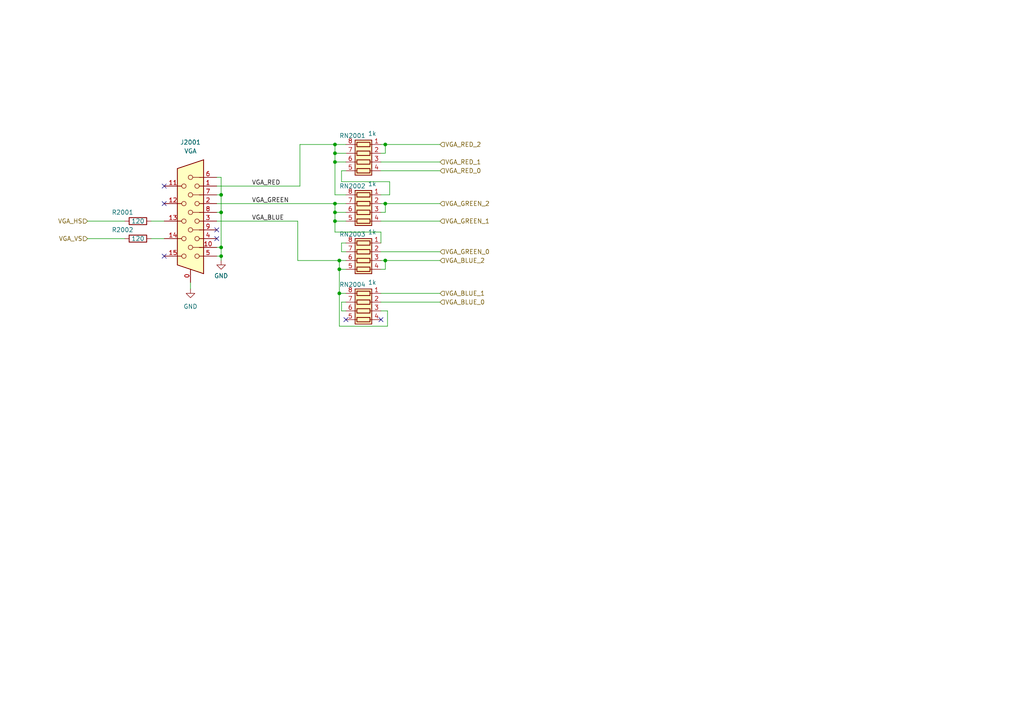
<source format=kicad_sch>
(kicad_sch (version 20211123) (generator eeschema)
  (paper "A4")
  (lib_symbols
    (symbol "Connector:DB15_Female_HighDensity_MountingHoles" (pin_names (offset 1.016) hide)
      (property "Reference" "J" (at 0 21.59 0))
      (property "Value" "DB15_Female_HighDensity_MountingHoles" (at 0 19.05 0))
      (symbol "DB15_Female_HighDensity_MountingHoles_0_1"
        (circle (center -1.905 -10.16) (radius 0.635))
        (circle (center -1.905 -5.08) (radius 0.635))
        (circle (center -1.905 0) (radius 0.635))
        (circle (center -1.905 5.08) (radius 0.635))
        (circle (center -1.905 10.16) (radius 0.635))
        (circle (center 0 -7.62) (radius 0.635))
        (circle (center 0 -2.54) (radius 0.635))
        (polyline (pts (xy -3.175 7.62) (xy -0.635 7.62)))
        (polyline (pts (xy -0.635 -7.62) (xy -3.175 -7.62)))
        (polyline (pts (xy -0.635 -2.54) (xy -3.175 -2.54)))
        (polyline (pts (xy -0.635 2.54) (xy -3.175 2.54)))
        (polyline (pts (xy -0.635 12.7) (xy -3.175 12.7)))
        (polyline (pts (xy -3.81 17.78) (xy -3.81 -15.24) (xy 3.81 -12.7) (xy 3.81 15.24) (xy -3.81 17.78)) (stroke (width 0.254)) (fill (type background)))
        (circle (center 0 2.54) (radius 0.635))
        (circle (center 0 7.62) (radius 0.635))
        (circle (center 0 12.7) (radius 0.635))
        (circle (center 1.905 -10.16) (radius 0.635))
        (circle (center 1.905 -5.08) (radius 0.635))
        (circle (center 1.905 0) (radius 0.635))
        (circle (center 1.905 5.08) (radius 0.635))
        (circle (center 1.905 10.16) (radius 0.635))
      )
      (symbol "DB15_Female_HighDensity_MountingHoles_1_1"
        (pin passive line (at 0 -17.78 90) (length 3.81) (name "~") (number "0"))
        (pin passive line (at -7.62 10.16 0) (length 5.08) (name "~") (number "1"))
        (pin passive line (at -7.62 -7.62 0) (length 5.08) (name "~") (number "10"))
        (pin passive line (at 7.62 10.16 180) (length 5.08) (name "~") (number "11"))
        (pin passive line (at 7.62 5.08 180) (length 5.08) (name "~") (number "12"))
        (pin passive line (at 7.62 0 180) (length 5.08) (name "~") (number "13"))
        (pin passive line (at 7.62 -5.08 180) (length 5.08) (name "~") (number "14"))
        (pin passive line (at 7.62 -10.16 180) (length 5.08) (name "~") (number "15"))
        (pin passive line (at -7.62 5.08 0) (length 5.08) (name "~") (number "2"))
        (pin passive line (at -7.62 0 0) (length 5.08) (name "~") (number "3"))
        (pin passive line (at -7.62 -5.08 0) (length 5.08) (name "~") (number "4"))
        (pin passive line (at -7.62 -10.16 0) (length 5.08) (name "~") (number "5"))
        (pin passive line (at -7.62 12.7 0) (length 5.08) (name "~") (number "6"))
        (pin passive line (at -7.62 7.62 0) (length 5.08) (name "~") (number "7"))
        (pin passive line (at -7.62 2.54 0) (length 5.08) (name "~") (number "8"))
        (pin passive line (at -7.62 -2.54 0) (length 5.08) (name "~") (number "9"))
      )
    )
    (symbol "Device:R" (pin_numbers hide) (pin_names (offset 0))
      (property "Reference" "R" (at 2.032 0 90))
      (property "Value" "R" (at 0 0 90))
      (symbol "R_0_1"
        (rectangle (start -1.016 -2.54) (end 1.016 2.54) (stroke (width 0.254)))
      )
      (symbol "R_1_1"
        (pin passive line (at 0 3.81 270) (length 1.27) (name "~") (number "1"))
        (pin passive line (at 0 -3.81 90) (length 1.27) (name "~") (number "2"))
      )
    )
    (symbol "Device:R_Pack04" (pin_names (offset 0) hide)
      (property "Reference" "RN" (at -7.62 0 90))
      (property "Value" "R_Pack04" (at 5.08 0 90))
      (symbol "R_Pack04_0_1"
        (rectangle (start -6.35 -2.413) (end 3.81 2.413) (stroke (width 0.254)) (fill (type background)))
        (rectangle (start -5.715 1.905) (end -4.445 -1.905) (stroke (width 0.254)))
        (rectangle (start -3.175 1.905) (end -1.905 -1.905) (stroke (width 0.254)))
        (rectangle (start -0.635 1.905) (end 0.635 -1.905) (stroke (width 0.254)))
        (polyline (pts (xy -5.08 -2.54) (xy -5.08 -1.905)))
        (polyline (pts (xy -5.08 1.905) (xy -5.08 2.54)))
        (polyline (pts (xy -2.54 -2.54) (xy -2.54 -1.905)))
        (polyline (pts (xy -2.54 1.905) (xy -2.54 2.54)))
        (polyline (pts (xy 0 -2.54) (xy 0 -1.905)))
        (polyline (pts (xy 0 1.905) (xy 0 2.54)))
        (polyline (pts (xy 2.54 -2.54) (xy 2.54 -1.905)))
        (polyline (pts (xy 2.54 1.905) (xy 2.54 2.54)))
        (rectangle (start 1.905 1.905) (end 3.175 -1.905) (stroke (width 0.254)))
      )
      (symbol "R_Pack04_1_1"
        (pin passive line (at -5.08 -5.08 90) (length 2.54) (name "R1.1") (number "1"))
        (pin passive line (at -2.54 -5.08 90) (length 2.54) (name "R2.1") (number "2"))
        (pin passive line (at 0 -5.08 90) (length 2.54) (name "R3.1") (number "3"))
        (pin passive line (at 2.54 -5.08 90) (length 2.54) (name "R4.1") (number "4"))
        (pin passive line (at 2.54 5.08 270) (length 2.54) (name "R4.2") (number "5"))
        (pin passive line (at 0 5.08 270) (length 2.54) (name "R3.2") (number "6"))
        (pin passive line (at -2.54 5.08 270) (length 2.54) (name "R2.2") (number "7"))
        (pin passive line (at -5.08 5.08 270) (length 2.54) (name "R1.2") (number "8"))
      )
    )
    (symbol "power:GND" (power) (pin_names (offset 0))
      (property "Value" "GND" (at 0 -3.81 0))
      (symbol "GND_0_1"
        (polyline (pts (xy 0 0) (xy 0 -1.27) (xy 1.27 -1.27) (xy 0 -2.54) (xy -1.27 -1.27) (xy 0 -1.27)))
      )
      (symbol "GND_1_1"
        (pin power_in line (at 0 0 270) (length 0) hide (name "GND") (number "1"))
      )
    )
  )
  (junction (at 97.155 64.135))
  (junction (at 97.155 46.99))
  (junction (at 98.425 78.105))
  (junction (at 98.425 85.09))
  (junction (at 64.135 56.515))
  (junction (at 111.76 41.91))
  (junction (at 64.135 71.755))
  (junction (at 111.76 75.565))
  (junction (at 98.425 75.565))
  (junction (at 97.155 61.595))
  (junction (at 64.135 61.595))
  (junction (at 97.155 59.055))
  (junction (at 111.76 59.055))
  (junction (at 97.155 44.45))
  (junction (at 64.135 74.295))
  (junction (at 97.155 41.91))
  (no_connect (at 47.625 74.295))
  (no_connect (at 62.865 66.675))
  (no_connect (at 47.625 59.055))
  (no_connect (at 110.49 92.71))
  (no_connect (at 62.865 69.215))
  (no_connect (at 47.625 53.975))
  (no_connect (at 100.33 92.71))
  (wire (pts (xy 86.995 41.91) (xy 97.155 41.91)))
  (wire (pts (xy 64.135 75.565) (xy 64.135 74.295)))
  (wire (pts (xy 111.76 75.565) (xy 127.635 75.565)))
  (wire (pts (xy 97.155 44.45) (xy 97.155 41.91)))
  (wire (pts (xy 62.865 53.975) (xy 86.995 53.975)))
  (wire (pts (xy 99.06 52.705) (xy 113.03 52.705)))
  (wire (pts (xy 86.36 64.135) (xy 86.36 75.565)))
  (wire (pts (xy 113.03 52.705) (xy 113.03 56.515)))
  (wire (pts (xy 99.06 73.025) (xy 100.33 73.025)))
  (wire (pts (xy 62.865 56.515) (xy 64.135 56.515)))
  (wire (pts (xy 97.155 46.99) (xy 100.33 46.99)))
  (wire (pts (xy 97.155 64.135) (xy 97.155 61.595)))
  (wire (pts (xy 100.33 64.135) (xy 97.155 64.135)))
  (wire (pts (xy 100.33 56.515) (xy 97.155 56.515)))
  (wire (pts (xy 86.995 41.91) (xy 86.995 53.975)))
  (wire (pts (xy 111.76 59.055) (xy 127.635 59.055)))
  (wire (pts (xy 25.4 69.215) (xy 36.195 69.215)))
  (wire (pts (xy 100.33 61.595) (xy 97.155 61.595)))
  (wire (pts (xy 98.425 78.105) (xy 98.425 85.09)))
  (wire (pts (xy 99.06 49.53) (xy 100.33 49.53)))
  (wire (pts (xy 62.865 51.435) (xy 64.135 51.435)))
  (wire (pts (xy 110.49 49.53) (xy 127.635 49.53)))
  (wire (pts (xy 112.395 90.17) (xy 112.395 94.615)))
  (wire (pts (xy 113.03 56.515) (xy 110.49 56.515)))
  (wire (pts (xy 62.865 64.135) (xy 86.36 64.135)))
  (wire (pts (xy 110.49 85.09) (xy 127.635 85.09)))
  (wire (pts (xy 64.135 74.295) (xy 62.865 74.295)))
  (wire (pts (xy 98.425 78.105) (xy 100.33 78.105)))
  (wire (pts (xy 99.06 70.485) (xy 99.06 73.025)))
  (wire (pts (xy 110.49 70.485) (xy 110.49 67.31)))
  (wire (pts (xy 112.395 94.615) (xy 98.425 94.615)))
  (wire (pts (xy 62.865 59.055) (xy 97.155 59.055)))
  (wire (pts (xy 110.49 75.565) (xy 111.76 75.565)))
  (wire (pts (xy 97.155 67.31) (xy 97.155 64.135)))
  (wire (pts (xy 100.33 44.45) (xy 97.155 44.45)))
  (wire (pts (xy 97.155 46.99) (xy 97.155 44.45)))
  (wire (pts (xy 110.49 59.055) (xy 111.76 59.055)))
  (wire (pts (xy 55.245 81.915) (xy 55.245 83.82)))
  (wire (pts (xy 100.33 87.63) (xy 99.06 87.63)))
  (wire (pts (xy 86.36 75.565) (xy 98.425 75.565)))
  (wire (pts (xy 110.49 46.99) (xy 127.635 46.99)))
  (wire (pts (xy 100.33 70.485) (xy 99.06 70.485)))
  (wire (pts (xy 43.815 69.215) (xy 47.625 69.215)))
  (wire (pts (xy 98.425 75.565) (xy 100.33 75.565)))
  (wire (pts (xy 99.06 49.53) (xy 99.06 52.705)))
  (wire (pts (xy 110.49 90.17) (xy 112.395 90.17)))
  (wire (pts (xy 110.49 67.31) (xy 97.155 67.31)))
  (wire (pts (xy 110.49 64.135) (xy 127.635 64.135)))
  (wire (pts (xy 99.06 90.17) (xy 100.33 90.17)))
  (wire (pts (xy 110.49 44.45) (xy 111.76 44.45)))
  (wire (pts (xy 98.425 75.565) (xy 98.425 78.105)))
  (wire (pts (xy 43.815 64.135) (xy 47.625 64.135)))
  (wire (pts (xy 99.06 87.63) (xy 99.06 90.17)))
  (wire (pts (xy 111.76 44.45) (xy 111.76 41.91)))
  (wire (pts (xy 64.135 61.595) (xy 64.135 71.755)))
  (wire (pts (xy 62.865 61.595) (xy 64.135 61.595)))
  (wire (pts (xy 97.155 56.515) (xy 97.155 46.99)))
  (wire (pts (xy 64.135 51.435) (xy 64.135 56.515)))
  (wire (pts (xy 111.76 41.91) (xy 127.635 41.91)))
  (wire (pts (xy 97.155 41.91) (xy 100.33 41.91)))
  (wire (pts (xy 64.135 71.755) (xy 64.135 74.295)))
  (wire (pts (xy 100.33 85.09) (xy 98.425 85.09)))
  (wire (pts (xy 97.155 61.595) (xy 97.155 59.055)))
  (wire (pts (xy 110.49 61.595) (xy 111.76 61.595)))
  (wire (pts (xy 97.155 59.055) (xy 100.33 59.055)))
  (wire (pts (xy 111.76 61.595) (xy 111.76 59.055)))
  (wire (pts (xy 110.49 87.63) (xy 127.635 87.63)))
  (wire (pts (xy 110.49 73.025) (xy 127.635 73.025)))
  (wire (pts (xy 110.49 78.105) (xy 111.76 78.105)))
  (wire (pts (xy 110.49 41.91) (xy 111.76 41.91)))
  (wire (pts (xy 25.4 64.135) (xy 36.195 64.135)))
  (wire (pts (xy 98.425 85.09) (xy 98.425 94.615)))
  (wire (pts (xy 64.135 56.515) (xy 64.135 61.595)))
  (wire (pts (xy 62.865 71.755) (xy 64.135 71.755)))
  (wire (pts (xy 111.76 78.105) (xy 111.76 75.565)))
  (label "VGA_GREEN" (at 73.025 59.055 0))
  (label "VGA_RED" (at 73.025 53.975 0))
  (label "VGA_BLUE" (at 73.025 64.135 0))
  (hierarchical_label "VGA_HS" (shape input) (at 25.4 64.135 180))
  (hierarchical_label "VGA_VS" (shape input) (at 25.4 69.215 180))
  (hierarchical_label "VGA_GREEN_1" (shape input) (at 127.635 64.135 0))
  (hierarchical_label "VGA_RED_0" (shape input) (at 127.635 49.53 0))
  (hierarchical_label "VGA_RED_1" (shape input) (at 127.635 46.99 0))
  (hierarchical_label "VGA_RED_2" (shape input) (at 127.635 41.91 0))
  (hierarchical_label "VGA_BLUE_1" (shape input) (at 127.635 85.09 0))
  (hierarchical_label "VGA_GREEN_2" (shape input) (at 127.635 59.055 0))
  (hierarchical_label "VGA_BLUE_0" (shape input) (at 127.635 87.63 0))
  (hierarchical_label "VGA_GREEN_0" (shape input) (at 127.635 73.025 0))
  (hierarchical_label "VGA_BLUE_2" (shape input) (at 127.635 75.565 0))
  (symbol (lib_id "Device:R") (at 40.005 69.215 90) (unit 1)
    (property "Reference" "R2002" (at 35.56 66.675 90))
    (property "Value" "120" (at 40.005 69.215 90))
    (property "Footprint" "Resistor_SMD:R_0805_2012Metric_Pad1.20x1.40mm_HandSolder" (effects hide))
  )
  (symbol (lib_id "Device:R_Pack04") (at 105.41 90.17 90) (mirror x) (unit 1)
    (property "Reference" "RN2004" (at 102.235 82.55 90))
    (property "Value" "1k" (at 107.95 81.915 90))
    (property "Footprint" "Resistor_SMD:R_Array_Concave_4x0402" (effects hide))
  )
  (symbol (lib_id "Device:R") (at 40.005 64.135 90) (unit 1)
    (property "Reference" "R2001" (at 35.56 61.595 90))
    (property "Value" "120" (at 40.005 64.135 90))
    (property "Footprint" "Resistor_SMD:R_0805_2012Metric_Pad1.20x1.40mm_HandSolder" (effects hide))
  )
  (symbol (lib_id "Device:R_Pack04") (at 105.41 61.595 90) (mirror x) (unit 1)
    (property "Reference" "RN2002" (at 102.235 53.975 90))
    (property "Value" "1k" (at 107.95 53.34 90))
    (property "Footprint" "Resistor_SMD:R_Array_Concave_4x0402" (effects hide))
  )
  (symbol (lib_id "Device:R_Pack04") (at 105.41 46.99 90) (mirror x) (unit 1)
    (property "Reference" "RN2001" (at 102.235 39.37 90))
    (property "Value" "1k" (at 107.95 38.735 90))
    (property "Footprint" "Resistor_SMD:R_Array_Concave_4x0402" (effects hide))
  )
  (symbol (lib_id "Device:R_Pack04") (at 105.41 75.565 90) (mirror x) (unit 1)
    (property "Reference" "RN2003" (at 102.235 67.945 90))
    (property "Value" "1k" (at 107.95 67.31 90))
    (property "Footprint" "Resistor_SMD:R_Array_Concave_4x0402" (effects hide))
  )
  (symbol (lib_id "Connector:DB15_Female_HighDensity_MountingHoles") (at 55.245 64.135 0) (mirror y) (unit 1)
    (property "Reference" "J2001" (at 55.245 41.275 0))
    (property "Value" "VGA" (at 55.245 43.815 0))
    (property "Footprint" "Connector_Dsub:ICD15S13E4GX00LF" (effects hide))
    (property "Datasheet" "https://cdn.amphenol-cs.com/media/wysiwyg/files/drawing/c-cd-0011.pdf" (effects hide))
    (property "Link" "https://www.digikey.com/en/products/detail/amphenol-cs-fci/ICD15S13E4GX00LF/1536501" (effects hide))
    (property "Part Name" "ICD15S13E4GX00LF" (effects hide))
  )
  (symbol (lib_id "power:GND") (at 55.245 83.82 0) (unit 1)
    (property "Reference" "#PWR02002" (effects hide))
    (property "Value" "GND" (at 55.245 88.9 0))
  )
  (symbol (lib_id "power:GND") (at 64.135 75.565 0) (unit 1)
    (property "Reference" "#PWR02001" (effects hide))
    (property "Value" "GND" (at 64.135 80.01 0))
  )
)
</source>
